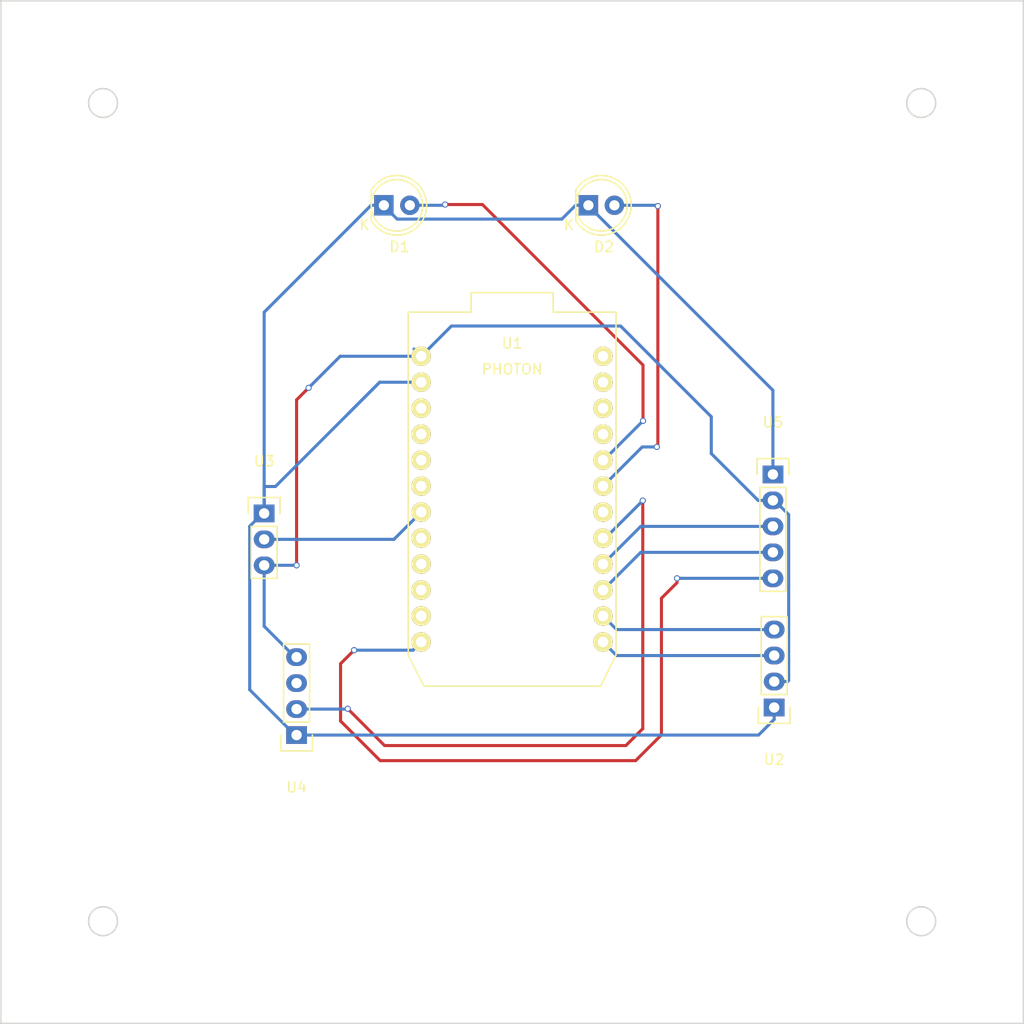
<source format=kicad_pcb>
(kicad_pcb (version 4) (host pcbnew 4.0.4+e1-6308~48~ubuntu16.04.1-stable)

  (general
    (links 19)
    (no_connects 0)
    (area 49.924999 49.924999 150.075001 150.075001)
    (thickness 1.6)
    (drawings 8)
    (tracks 105)
    (zones 0)
    (modules 7)
    (nets 25)
  )

  (page A4)
  (title_block
    (title "Sousvide - photon")
    (date 2016-04-30)
    (rev v0.1)
    (company "Reinhardt van Rooyen")
  )

  (layers
    (0 F.Cu signal)
    (31 B.Cu signal)
    (32 B.Adhes user)
    (33 F.Adhes user)
    (34 B.Paste user)
    (35 F.Paste user)
    (36 B.SilkS user)
    (37 F.SilkS user)
    (38 B.Mask user)
    (39 F.Mask user)
    (40 Dwgs.User user)
    (41 Cmts.User user)
    (42 Eco1.User user)
    (43 Eco2.User user)
    (44 Edge.Cuts user)
    (45 Margin user)
    (46 B.CrtYd user)
    (47 F.CrtYd user)
    (48 B.Fab user)
    (49 F.Fab user)
  )

  (setup
    (last_trace_width 0.25)
    (user_trace_width 0.25)
    (user_trace_width 0.35)
    (user_trace_width 0.45)
    (trace_clearance 0.2)
    (zone_clearance 0.508)
    (zone_45_only no)
    (trace_min 0.2)
    (segment_width 0.2)
    (edge_width 0.15)
    (via_size 0.6)
    (via_drill 0.4)
    (via_min_size 0.4)
    (via_min_drill 0.3)
    (uvia_size 0.3)
    (uvia_drill 0.1)
    (uvias_allowed no)
    (uvia_min_size 0.2)
    (uvia_min_drill 0.1)
    (pcb_text_width 0.3)
    (pcb_text_size 1.5 1.5)
    (mod_edge_width 0.15)
    (mod_text_size 1 1)
    (mod_text_width 0.15)
    (pad_size 1.9 1.9)
    (pad_drill 1.02)
    (pad_to_mask_clearance 0.2)
    (aux_axis_origin 0 0)
    (visible_elements FFFFFF7F)
    (pcbplotparams
      (layerselection 0x010f0_80000001)
      (usegerberextensions true)
      (excludeedgelayer true)
      (linewidth 0.100000)
      (plotframeref false)
      (viasonmask false)
      (mode 1)
      (useauxorigin false)
      (hpglpennumber 1)
      (hpglpenspeed 20)
      (hpglpendiameter 15)
      (hpglpenoverlay 2)
      (psnegative false)
      (psa4output false)
      (plotreference true)
      (plotvalue true)
      (plotinvisibletext false)
      (padsonsilk false)
      (subtractmaskfromsilk false)
      (outputformat 1)
      (mirror false)
      (drillshape 0)
      (scaleselection 1)
      (outputdirectory ""))
  )

  (net 0 "")
  (net 1 GND)
  (net 2 /POW_LED)
  (net 3 /REL_LED)
  (net 4 /Button)
  (net 5 /TEMP)
  (net 6 /RELAY)
  (net 7 /ROT_CH1)
  (net 8 /ROT_CH2)
  (net 9 /SDL)
  (net 10 /SDA)
  (net 11 VCC)
  (net 12 "Net-(U1-Pad3)")
  (net 13 "Net-(U1-Pad4)")
  (net 14 "Net-(U1-Pad5)")
  (net 15 "Net-(U1-Pad6)")
  (net 16 "Net-(U1-Pad8)")
  (net 17 "Net-(U1-Pad9)")
  (net 18 "Net-(U1-Pad10)")
  (net 19 "Net-(U1-Pad11)")
  (net 20 VSS)
  (net 21 "Net-(U1-Pad23)")
  (net 22 "Net-(U1-Pad22)")
  (net 23 "Net-(U1-Pad18)")
  (net 24 "Net-(U4-Pad3)")

  (net_class Default "This is the default net class."
    (clearance 0.2)
    (trace_width 0.25)
    (via_dia 0.6)
    (via_drill 0.4)
    (uvia_dia 0.3)
    (uvia_drill 0.1)
    (add_net "Net-(U1-Pad10)")
    (add_net "Net-(U1-Pad11)")
    (add_net "Net-(U1-Pad18)")
    (add_net "Net-(U1-Pad22)")
    (add_net "Net-(U1-Pad23)")
    (add_net "Net-(U1-Pad3)")
    (add_net "Net-(U1-Pad4)")
    (add_net "Net-(U1-Pad5)")
    (add_net "Net-(U1-Pad6)")
    (add_net "Net-(U1-Pad8)")
    (add_net "Net-(U1-Pad9)")
    (add_net "Net-(U4-Pad3)")
    (add_net VSS)
  )

  (net_class Thick ""
    (clearance 0.25)
    (trace_width 0.3)
    (via_dia 0.6)
    (via_drill 0.4)
    (uvia_dia 0.3)
    (uvia_drill 0.1)
    (add_net /Button)
    (add_net /POW_LED)
    (add_net /RELAY)
    (add_net /REL_LED)
    (add_net /ROT_CH1)
    (add_net /ROT_CH2)
    (add_net /SDA)
    (add_net /SDL)
    (add_net /TEMP)
    (add_net GND)
    (add_net VCC)
  )

  (module Pin_Headers:Pin_Header_Straight_1x04 (layer F.Cu) (tedit 0) (tstamp 583D9633)
    (at 78.925 121.8 180)
    (descr "Through hole pin header")
    (tags "pin header")
    (path /56F1163E)
    (fp_text reference U4 (at 0 -5.1 180) (layer F.SilkS)
      (effects (font (size 1 1) (thickness 0.15)))
    )
    (fp_text value relay (at 0 -3.1 180) (layer F.Fab)
      (effects (font (size 1 1) (thickness 0.15)))
    )
    (fp_line (start -1.75 -1.75) (end -1.75 9.4) (layer F.CrtYd) (width 0.05))
    (fp_line (start 1.75 -1.75) (end 1.75 9.4) (layer F.CrtYd) (width 0.05))
    (fp_line (start -1.75 -1.75) (end 1.75 -1.75) (layer F.CrtYd) (width 0.05))
    (fp_line (start -1.75 9.4) (end 1.75 9.4) (layer F.CrtYd) (width 0.05))
    (fp_line (start -1.27 1.27) (end -1.27 8.89) (layer F.SilkS) (width 0.15))
    (fp_line (start 1.27 1.27) (end 1.27 8.89) (layer F.SilkS) (width 0.15))
    (fp_line (start 1.55 -1.55) (end 1.55 0) (layer F.SilkS) (width 0.15))
    (fp_line (start -1.27 8.89) (end 1.27 8.89) (layer F.SilkS) (width 0.15))
    (fp_line (start 1.27 1.27) (end -1.27 1.27) (layer F.SilkS) (width 0.15))
    (fp_line (start -1.55 0) (end -1.55 -1.55) (layer F.SilkS) (width 0.15))
    (fp_line (start -1.55 -1.55) (end 1.55 -1.55) (layer F.SilkS) (width 0.15))
    (pad 1 thru_hole rect (at 0 0 180) (size 2.032 1.7272) (drill 1.016) (layers *.Cu *.Mask)
      (net 1 GND))
    (pad 2 thru_hole oval (at 0 2.54 180) (size 2.032 1.7272) (drill 1.016) (layers *.Cu *.Mask)
      (net 6 /RELAY))
    (pad 3 thru_hole oval (at 0 5.08 180) (size 2.032 1.7272) (drill 1.016) (layers *.Cu *.Mask)
      (net 24 "Net-(U4-Pad3)"))
    (pad 4 thru_hole oval (at 0 7.62 180) (size 2.032 1.7272) (drill 1.016) (layers *.Cu *.Mask)
      (net 11 VCC))
    (model Pin_Headers.3dshapes/Pin_Header_Straight_1x04.wrl
      (at (xyz 0 -0.15 0))
      (scale (xyz 1 1 1))
      (rotate (xyz 0 0 90))
    )
  )

  (module particle:photon (layer F.Cu) (tedit 583DD424) (tstamp 583D95FB)
    (at 100 100)
    (path /56F0FE3F)
    (fp_text reference U1 (at 0 -16.51) (layer F.SilkS)
      (effects (font (size 1 1) (thickness 0.15)))
    )
    (fp_text value PHOTON (at 0 -13.97) (layer F.SilkS)
      (effects (font (size 1 1) (thickness 0.15)))
    )
    (fp_text user "all layers" (at 0 19.05) (layer Cmts.User)
      (effects (font (size 1 1) (thickness 0.15)))
    )
    (fp_text user "recommended on" (at 0 16.51) (layer Cmts.User)
      (effects (font (size 1 1) (thickness 0.15)))
    )
    (fp_text user "signal keep out" (at 0 13.97) (layer Cmts.User)
      (effects (font (size 1 1) (thickness 0.15)))
    )
    (fp_text user "ground plane and" (at 0 11.43) (layer Cmts.User)
      (effects (font (size 1 1) (thickness 0.15)))
    )
    (fp_line (start 6.35 21.59) (end 7.62 21.59) (layer Dwgs.User) (width 0.15))
    (fp_line (start 7.62 21.59) (end 7.62 8.89) (layer Dwgs.User) (width 0.15))
    (fp_line (start 7.62 8.89) (end -7.62 8.89) (layer Dwgs.User) (width 0.15))
    (fp_line (start 6.35 21.59) (end -7.62 21.59) (layer Dwgs.User) (width 0.15))
    (fp_line (start -7.62 21.59) (end -7.62 8.89) (layer Dwgs.User) (width 0.15))
    (fp_line (start 10.16 13.97) (end 8.636 17.018) (layer F.SilkS) (width 0.15))
    (fp_line (start -10.16 13.97) (end -8.636 17.018) (layer F.SilkS) (width 0.15))
    (fp_line (start -8.636 17.018) (end 8.636 17.018) (layer F.SilkS) (width 0.15))
    (fp_line (start 10.16 -19.558) (end 10.16 13.97) (layer F.SilkS) (width 0.15))
    (fp_line (start -10.16 -19.558) (end -10.16 13.97) (layer F.SilkS) (width 0.15))
    (fp_line (start 4.0132 -19.558) (end 10.16 -19.558) (layer F.SilkS) (width 0.15))
    (fp_line (start -4.0132 -19.558) (end -10.16 -19.558) (layer F.SilkS) (width 0.15))
    (fp_line (start -4.0132 -21.463) (end -4.0132 -19.558) (layer F.SilkS) (width 0.15))
    (fp_line (start 4.0132 -21.463) (end 4.0132 -19.558) (layer F.SilkS) (width 0.15))
    (fp_line (start -4.0132 -21.463) (end 4.0132 -21.463) (layer F.SilkS) (width 0.15))
    (pad 1 thru_hole circle (at -8.89 -15.24) (size 1.9 1.9) (drill 1.02) (layers *.Cu *.Mask F.SilkS)
      (net 11 VCC))
    (pad 2 thru_hole circle (at -8.89 -12.7) (size 1.9 1.9) (drill 1.02) (layers *.Cu *.Mask F.SilkS)
      (net 1 GND))
    (pad 3 thru_hole circle (at -8.89 -10.16) (size 1.9 1.9) (drill 1.02) (layers *.Cu *.Mask F.SilkS)
      (net 12 "Net-(U1-Pad3)"))
    (pad 4 thru_hole circle (at -8.89 -7.62) (size 1.9 1.9) (drill 1.02) (layers *.Cu *.Mask F.SilkS)
      (net 13 "Net-(U1-Pad4)"))
    (pad 5 thru_hole circle (at -8.89 -5.08) (size 1.9 1.9) (drill 1.02) (layers *.Cu *.Mask F.SilkS)
      (net 14 "Net-(U1-Pad5)"))
    (pad 6 thru_hole circle (at -8.89 -2.54) (size 1.9 1.9) (drill 1.02) (layers *.Cu *.Mask F.SilkS)
      (net 15 "Net-(U1-Pad6)"))
    (pad 7 thru_hole circle (at -8.89 0) (size 1.9 1.9) (drill 1.02) (layers *.Cu *.Mask F.SilkS)
      (net 5 /TEMP))
    (pad 8 thru_hole circle (at -8.89 2.54) (size 1.9 1.9) (drill 1.02) (layers *.Cu *.Mask F.SilkS)
      (net 16 "Net-(U1-Pad8)"))
    (pad 9 thru_hole circle (at -8.89 5.08) (size 1.9 1.9) (drill 1.02) (layers *.Cu *.Mask F.SilkS)
      (net 17 "Net-(U1-Pad9)"))
    (pad 10 thru_hole circle (at -8.89 7.62) (size 1.9 1.9) (drill 1.02) (layers *.Cu *.Mask F.SilkS)
      (net 18 "Net-(U1-Pad10)"))
    (pad 11 thru_hole circle (at -8.89 10.16) (size 1.9 1.9) (drill 1.02) (layers *.Cu *.Mask F.SilkS)
      (net 19 "Net-(U1-Pad11)"))
    (pad 12 thru_hole circle (at -8.89 12.7) (size 1.9 1.9) (drill 1.02) (layers *.Cu *.Mask F.SilkS)
      (net 4 /Button))
    (pad 24 thru_hole circle (at 8.89 -15.24) (size 1.9 1.9) (drill 1.02) (layers *.Cu *.Mask F.SilkS)
      (net 20 VSS))
    (pad 23 thru_hole circle (at 8.89 -12.7) (size 1.9 1.9) (drill 1.02) (layers *.Cu *.Mask F.SilkS)
      (net 21 "Net-(U1-Pad23)"))
    (pad 22 thru_hole circle (at 8.89 -10.16) (size 1.9 1.9) (drill 1.02) (layers *.Cu *.Mask F.SilkS)
      (net 22 "Net-(U1-Pad22)"))
    (pad 21 thru_hole circle (at 8.89 -7.62) (size 1.9 1.9) (drill 1.02) (layers *.Cu *.Mask F.SilkS))
    (pad 20 thru_hole circle (at 8.89 -5.08) (size 1.9 1.9) (drill 1.02) (layers *.Cu *.Mask F.SilkS)
      (net 2 /POW_LED))
    (pad 19 thru_hole circle (at 8.89 -2.54) (size 1.9 1.9) (drill 1.02) (layers *.Cu *.Mask F.SilkS)
      (net 3 /REL_LED))
    (pad 18 thru_hole circle (at 8.89 0) (size 1.9 1.9) (drill 1.02) (layers *.Cu *.Mask F.SilkS)
      (net 23 "Net-(U1-Pad18)"))
    (pad 17 thru_hole circle (at 8.89 2.54) (size 1.9 1.9) (drill 1.02) (layers *.Cu *.Mask F.SilkS)
      (net 6 /RELAY))
    (pad 16 thru_hole circle (at 8.89 5.08) (size 1.9 1.9) (drill 1.02) (layers *.Cu *.Mask F.SilkS)
      (net 7 /ROT_CH1))
    (pad 15 thru_hole circle (at 8.89 7.62) (size 1.9 1.9) (drill 1.02) (layers *.Cu *.Mask F.SilkS)
      (net 8 /ROT_CH2))
    (pad 14 thru_hole circle (at 8.89 10.16) (size 1.9 1.9) (drill 1.02) (layers *.Cu *.Mask F.SilkS)
      (net 9 /SDL))
    (pad 13 thru_hole circle (at 8.89 12.7) (size 1.9 1.9) (drill 1.02) (layers *.Cu *.Mask F.SilkS)
      (net 10 /SDA))
  )

  (module LEDs:LED-5MM (layer F.Cu) (tedit 5570F7EA) (tstamp 583D95C0)
    (at 87.46 70)
    (descr "LED 5mm round vertical")
    (tags "LED 5mm round vertical")
    (path /56F11552)
    (fp_text reference D1 (at 1.524 4.064) (layer F.SilkS)
      (effects (font (size 1 1) (thickness 0.15)))
    )
    (fp_text value POW_LED (at 1.524 -3.937) (layer F.Fab)
      (effects (font (size 1 1) (thickness 0.15)))
    )
    (fp_line (start -1.5 -1.55) (end -1.5 1.55) (layer F.CrtYd) (width 0.05))
    (fp_arc (start 1.3 0) (end -1.5 1.55) (angle -302) (layer F.CrtYd) (width 0.05))
    (fp_arc (start 1.27 0) (end -1.23 -1.5) (angle 297.5) (layer F.SilkS) (width 0.15))
    (fp_line (start -1.23 1.5) (end -1.23 -1.5) (layer F.SilkS) (width 0.15))
    (fp_circle (center 1.27 0) (end 0.97 -2.5) (layer F.SilkS) (width 0.15))
    (fp_text user K (at -1.905 1.905) (layer F.SilkS)
      (effects (font (size 1 1) (thickness 0.15)))
    )
    (pad 1 thru_hole rect (at 0 0 90) (size 2 1.9) (drill 1.00076) (layers *.Cu *.Mask)
      (net 1 GND))
    (pad 2 thru_hole circle (at 2.54 0) (size 1.9 1.9) (drill 1.00076) (layers *.Cu *.Mask)
      (net 2 /POW_LED))
    (model LEDs.3dshapes/LED-5MM.wrl
      (at (xyz 0.05 0 0))
      (scale (xyz 1 1 1))
      (rotate (xyz 0 0 90))
    )
  )

  (module LEDs:LED-5MM (layer F.Cu) (tedit 5570F7EA) (tstamp 583D95CC)
    (at 107.46 70)
    (descr "LED 5mm round vertical")
    (tags "LED 5mm round vertical")
    (path /56F1127F)
    (fp_text reference D2 (at 1.524 4.064) (layer F.SilkS)
      (effects (font (size 1 1) (thickness 0.15)))
    )
    (fp_text value RELAY_LED (at 1.524 -3.937) (layer F.Fab)
      (effects (font (size 1 1) (thickness 0.15)))
    )
    (fp_line (start -1.5 -1.55) (end -1.5 1.55) (layer F.CrtYd) (width 0.05))
    (fp_arc (start 1.3 0) (end -1.5 1.55) (angle -302) (layer F.CrtYd) (width 0.05))
    (fp_arc (start 1.27 0) (end -1.23 -1.5) (angle 297.5) (layer F.SilkS) (width 0.15))
    (fp_line (start -1.23 1.5) (end -1.23 -1.5) (layer F.SilkS) (width 0.15))
    (fp_circle (center 1.27 0) (end 0.97 -2.5) (layer F.SilkS) (width 0.15))
    (fp_text user K (at -1.905 1.905) (layer F.SilkS)
      (effects (font (size 1 1) (thickness 0.15)))
    )
    (pad 1 thru_hole rect (at 0 0 90) (size 2 1.9) (drill 1.00076) (layers *.Cu *.Mask)
      (net 1 GND))
    (pad 2 thru_hole circle (at 2.54 0) (size 1.9 1.9) (drill 1.00076) (layers *.Cu *.Mask)
      (net 3 /REL_LED))
    (model LEDs.3dshapes/LED-5MM.wrl
      (at (xyz 0.05 0 0))
      (scale (xyz 1 1 1))
      (rotate (xyz 0 0 90))
    )
  )

  (module Pin_Headers:Pin_Header_Straight_1x04 (layer F.Cu) (tedit 0) (tstamp 583D960E)
    (at 125.625 119.105 180)
    (descr "Through hole pin header")
    (tags "pin header")
    (path /5723DDC4)
    (fp_text reference U2 (at 0 -5.1 180) (layer F.SilkS)
      (effects (font (size 1 1) (thickness 0.15)))
    )
    (fp_text value LCM1602_IIC_v1 (at 0 -3.1 180) (layer F.Fab)
      (effects (font (size 1 1) (thickness 0.15)))
    )
    (fp_line (start -1.75 -1.75) (end -1.75 9.4) (layer F.CrtYd) (width 0.05))
    (fp_line (start 1.75 -1.75) (end 1.75 9.4) (layer F.CrtYd) (width 0.05))
    (fp_line (start -1.75 -1.75) (end 1.75 -1.75) (layer F.CrtYd) (width 0.05))
    (fp_line (start -1.75 9.4) (end 1.75 9.4) (layer F.CrtYd) (width 0.05))
    (fp_line (start -1.27 1.27) (end -1.27 8.89) (layer F.SilkS) (width 0.15))
    (fp_line (start 1.27 1.27) (end 1.27 8.89) (layer F.SilkS) (width 0.15))
    (fp_line (start 1.55 -1.55) (end 1.55 0) (layer F.SilkS) (width 0.15))
    (fp_line (start -1.27 8.89) (end 1.27 8.89) (layer F.SilkS) (width 0.15))
    (fp_line (start 1.27 1.27) (end -1.27 1.27) (layer F.SilkS) (width 0.15))
    (fp_line (start -1.55 0) (end -1.55 -1.55) (layer F.SilkS) (width 0.15))
    (fp_line (start -1.55 -1.55) (end 1.55 -1.55) (layer F.SilkS) (width 0.15))
    (pad 1 thru_hole rect (at 0 0 180) (size 2.032 1.7272) (drill 1.016) (layers *.Cu *.Mask)
      (net 1 GND))
    (pad 2 thru_hole oval (at 0 2.54 180) (size 2.032 1.7272) (drill 1.016) (layers *.Cu *.Mask)
      (net 11 VCC))
    (pad 3 thru_hole oval (at 0 5.08 180) (size 2.032 1.7272) (drill 1.016) (layers *.Cu *.Mask)
      (net 10 /SDA))
    (pad 4 thru_hole oval (at 0 7.62 180) (size 2.032 1.7272) (drill 1.016) (layers *.Cu *.Mask)
      (net 9 /SDL))
    (model Pin_Headers.3dshapes/Pin_Header_Straight_1x04.wrl
      (at (xyz 0 -0.15 0))
      (scale (xyz 1 1 1))
      (rotate (xyz 0 0 90))
    )
  )

  (module Pin_Headers:Pin_Header_Straight_1x03 (layer F.Cu) (tedit 0) (tstamp 583D9620)
    (at 75.755 100.125)
    (descr "Through hole pin header")
    (tags "pin header")
    (path /56F12551)
    (fp_text reference U3 (at 0 -5.1) (layer F.SilkS)
      (effects (font (size 1 1) (thickness 0.15)))
    )
    (fp_text value DS18B20 (at 0 -3.1) (layer F.Fab)
      (effects (font (size 1 1) (thickness 0.15)))
    )
    (fp_line (start -1.75 -1.75) (end -1.75 6.85) (layer F.CrtYd) (width 0.05))
    (fp_line (start 1.75 -1.75) (end 1.75 6.85) (layer F.CrtYd) (width 0.05))
    (fp_line (start -1.75 -1.75) (end 1.75 -1.75) (layer F.CrtYd) (width 0.05))
    (fp_line (start -1.75 6.85) (end 1.75 6.85) (layer F.CrtYd) (width 0.05))
    (fp_line (start -1.27 1.27) (end -1.27 6.35) (layer F.SilkS) (width 0.15))
    (fp_line (start -1.27 6.35) (end 1.27 6.35) (layer F.SilkS) (width 0.15))
    (fp_line (start 1.27 6.35) (end 1.27 1.27) (layer F.SilkS) (width 0.15))
    (fp_line (start 1.55 -1.55) (end 1.55 0) (layer F.SilkS) (width 0.15))
    (fp_line (start 1.27 1.27) (end -1.27 1.27) (layer F.SilkS) (width 0.15))
    (fp_line (start -1.55 0) (end -1.55 -1.55) (layer F.SilkS) (width 0.15))
    (fp_line (start -1.55 -1.55) (end 1.55 -1.55) (layer F.SilkS) (width 0.15))
    (pad 1 thru_hole rect (at 0 0) (size 2.032 1.7272) (drill 1.016) (layers *.Cu *.Mask)
      (net 1 GND))
    (pad 2 thru_hole oval (at 0 2.54) (size 2.032 1.7272) (drill 1.016) (layers *.Cu *.Mask)
      (net 5 /TEMP))
    (pad 3 thru_hole oval (at 0 5.08) (size 2.032 1.7272) (drill 1.016) (layers *.Cu *.Mask)
      (net 11 VCC))
    (model Pin_Headers.3dshapes/Pin_Header_Straight_1x03.wrl
      (at (xyz 0 -0.1 0))
      (scale (xyz 1 1 1))
      (rotate (xyz 0 0 90))
    )
  )

  (module Pin_Headers:Pin_Header_Straight_1x05 (layer F.Cu) (tedit 54EA0684) (tstamp 583D9647)
    (at 125.5 96.315)
    (descr "Through hole pin header")
    (tags "pin header")
    (path /5723D442)
    (fp_text reference U5 (at 0 -5.1) (layer F.SilkS)
      (effects (font (size 1 1) (thickness 0.15)))
    )
    (fp_text value rot_enc_2 (at 0 -3.1) (layer F.Fab)
      (effects (font (size 1 1) (thickness 0.15)))
    )
    (fp_line (start -1.55 0) (end -1.55 -1.55) (layer F.SilkS) (width 0.15))
    (fp_line (start -1.55 -1.55) (end 1.55 -1.55) (layer F.SilkS) (width 0.15))
    (fp_line (start 1.55 -1.55) (end 1.55 0) (layer F.SilkS) (width 0.15))
    (fp_line (start -1.75 -1.75) (end -1.75 11.95) (layer F.CrtYd) (width 0.05))
    (fp_line (start 1.75 -1.75) (end 1.75 11.95) (layer F.CrtYd) (width 0.05))
    (fp_line (start -1.75 -1.75) (end 1.75 -1.75) (layer F.CrtYd) (width 0.05))
    (fp_line (start -1.75 11.95) (end 1.75 11.95) (layer F.CrtYd) (width 0.05))
    (fp_line (start 1.27 1.27) (end 1.27 11.43) (layer F.SilkS) (width 0.15))
    (fp_line (start 1.27 11.43) (end -1.27 11.43) (layer F.SilkS) (width 0.15))
    (fp_line (start -1.27 11.43) (end -1.27 1.27) (layer F.SilkS) (width 0.15))
    (fp_line (start 1.27 1.27) (end -1.27 1.27) (layer F.SilkS) (width 0.15))
    (pad 1 thru_hole rect (at 0 0) (size 2.032 1.7272) (drill 1.016) (layers *.Cu *.Mask)
      (net 1 GND))
    (pad 2 thru_hole oval (at 0 2.54) (size 2.032 1.7272) (drill 1.016) (layers *.Cu *.Mask)
      (net 11 VCC))
    (pad 3 thru_hole oval (at 0 5.08) (size 2.032 1.7272) (drill 1.016) (layers *.Cu *.Mask)
      (net 7 /ROT_CH1))
    (pad 4 thru_hole oval (at 0 7.62) (size 2.032 1.7272) (drill 1.016) (layers *.Cu *.Mask)
      (net 8 /ROT_CH2))
    (pad 5 thru_hole oval (at 0 10.16) (size 2.032 1.7272) (drill 1.016) (layers *.Cu *.Mask)
      (net 4 /Button))
    (model Pin_Headers.3dshapes/Pin_Header_Straight_1x05.wrl
      (at (xyz 0 -0.2 0))
      (scale (xyz 1 1 1))
      (rotate (xyz 0 0 90))
    )
  )

  (gr_circle (center 60 140) (end 61 141) (layer Edge.Cuts) (width 0.15))
  (gr_circle (center 140 140) (end 141 141) (layer Edge.Cuts) (width 0.15))
  (gr_circle (center 140 60) (end 141 61) (layer Edge.Cuts) (width 0.15))
  (gr_circle (center 60 60) (end 61 61) (layer Edge.Cuts) (width 0.15))
  (gr_line (start 50 150) (end 50 50) (angle 90) (layer Edge.Cuts) (width 0.15))
  (gr_line (start 150 150) (end 50 150) (angle 90) (layer Edge.Cuts) (width 0.15))
  (gr_line (start 150 50) (end 150 150) (angle 90) (layer Edge.Cuts) (width 0.15))
  (gr_line (start 50 50) (end 150 50) (angle 90) (layer Edge.Cuts) (width 0.15))

  (segment (start 87.46 70) (end 86.21 70) (width 0.3) (layer B.Cu) (net 1))
  (segment (start 75.755 80.455) (end 75.755 98.9614) (width 0.3) (layer B.Cu) (net 1))
  (segment (start 86.21 70) (end 75.755 80.455) (width 0.3) (layer B.Cu) (net 1))
  (segment (start 75.755 98.9614) (end 75.755 100.125) (width 0.3) (layer B.Cu) (net 1))
  (segment (start 87.05 87.3) (end 83.874998 90.475002) (width 0.3) (layer B.Cu) (net 1))
  (segment (start 75.755 100.125) (end 75.755 97.495) (width 0.3) (layer B.Cu) (net 1))
  (segment (start 75.755 97.495) (end 76.855 97.495) (width 0.3) (layer B.Cu) (net 1))
  (segment (start 76.855 97.495) (end 87.05 87.3) (width 0.3) (layer B.Cu) (net 1))
  (segment (start 87.05 87.3) (end 91.11 87.3) (width 0.3) (layer B.Cu) (net 1))
  (segment (start 75.755 100.125) (end 75.6026 100.125) (width 0.3) (layer B.Cu) (net 1))
  (segment (start 75.6026 100.125) (end 74.33899 101.38861) (width 0.3) (layer B.Cu) (net 1))
  (segment (start 74.33899 101.38861) (end 74.33899 117.36639) (width 0.3) (layer B.Cu) (net 1))
  (segment (start 74.33899 117.36639) (end 78.7726 121.8) (width 0.3) (layer B.Cu) (net 1))
  (segment (start 78.7726 121.8) (end 78.925 121.8) (width 0.3) (layer B.Cu) (net 1))
  (segment (start 78.925 121.8) (end 124.0936 121.8) (width 0.3) (layer B.Cu) (net 1))
  (segment (start 124.0936 121.8) (end 125.625 120.2686) (width 0.3) (layer B.Cu) (net 1))
  (segment (start 125.625 120.2686) (end 125.625 119.105) (width 0.3) (layer B.Cu) (net 1))
  (segment (start 125.5 96.315) (end 125.5 88.09) (width 0.3) (layer B.Cu) (net 1))
  (segment (start 125.5 88.09) (end 107.46 70.05) (width 0.3) (layer B.Cu) (net 1))
  (segment (start 107.46 70.05) (end 107.46 70) (width 0.3) (layer B.Cu) (net 1))
  (segment (start 75.755 100.125) (end 75.755 98.809) (width 0.3) (layer B.Cu) (net 1))
  (segment (start 87.46 70) (end 87.46 70.05) (width 0.3) (layer B.Cu) (net 1))
  (segment (start 87.46 70.05) (end 88.760001 71.350001) (width 0.3) (layer B.Cu) (net 1))
  (segment (start 88.760001 71.350001) (end 104.859999 71.350001) (width 0.3) (layer B.Cu) (net 1))
  (segment (start 104.859999 71.350001) (end 106.21 70) (width 0.3) (layer B.Cu) (net 1))
  (segment (start 106.21 70) (end 107.46 70) (width 0.3) (layer B.Cu) (net 1))
  (segment (start 93.45 69.925) (end 97.1 69.925) (width 0.3) (layer F.Cu) (net 2))
  (segment (start 97.1 69.925) (end 112.8 85.625) (width 0.3) (layer F.Cu) (net 2))
  (segment (start 112.8 85.625) (end 112.8 91.075) (width 0.3) (layer F.Cu) (net 2))
  (segment (start 112.8 91.075) (end 108.955 94.92) (width 0.3) (layer B.Cu) (net 2))
  (segment (start 108.955 94.92) (end 108.89 94.92) (width 0.3) (layer B.Cu) (net 2))
  (via (at 112.8 91.075) (size 0.6) (drill 0.4) (layers F.Cu B.Cu) (net 2))
  (segment (start 90 70) (end 93.375 70) (width 0.3) (layer B.Cu) (net 2))
  (segment (start 93.375 70) (end 93.45 69.925) (width 0.3) (layer B.Cu) (net 2))
  (via (at 93.45 69.925) (size 0.6) (drill 0.4) (layers F.Cu B.Cu) (net 2))
  (segment (start 114.15 93.625) (end 112.725 93.625) (width 0.3) (layer B.Cu) (net 3))
  (segment (start 112.725 93.625) (end 108.89 97.46) (width 0.3) (layer B.Cu) (net 3))
  (segment (start 114.25 70.075) (end 114.25 93.525) (width 0.3) (layer F.Cu) (net 3))
  (segment (start 114.25 93.525) (end 114.15 93.625) (width 0.3) (layer F.Cu) (net 3))
  (via (at 114.15 93.625) (size 0.6) (drill 0.4) (layers F.Cu B.Cu) (net 3))
  (segment (start 110 70) (end 114.175 70) (width 0.3) (layer B.Cu) (net 3))
  (segment (start 114.175 70) (end 114.25 70.075) (width 0.3) (layer B.Cu) (net 3))
  (via (at 114.25 70.075) (size 0.6) (drill 0.4) (layers F.Cu B.Cu) (net 3))
  (segment (start 84.55 113.5) (end 83.224999 114.825001) (width 0.3) (layer F.Cu) (net 4))
  (segment (start 83.224999 114.825001) (end 83.224999 120.424999) (width 0.3) (layer F.Cu) (net 4))
  (segment (start 83.224999 120.424999) (end 87.1 124.3) (width 0.3) (layer F.Cu) (net 4))
  (segment (start 112.077833 124.3) (end 114.6 121.777833) (width 0.3) (layer F.Cu) (net 4))
  (segment (start 116.125 106.899263) (end 116.125 106.474999) (width 0.3) (layer F.Cu) (net 4))
  (segment (start 87.1 124.3) (end 112.077833 124.3) (width 0.3) (layer F.Cu) (net 4))
  (segment (start 114.6 121.777833) (end 114.6 108.424263) (width 0.3) (layer F.Cu) (net 4))
  (segment (start 114.6 108.424263) (end 116.125 106.899263) (width 0.3) (layer F.Cu) (net 4))
  (segment (start 125.5 106.475) (end 124.183999 106.474999) (width 0.3) (layer B.Cu) (net 4))
  (segment (start 124.183999 106.474999) (end 116.549264 106.474999) (width 0.3) (layer B.Cu) (net 4))
  (segment (start 116.549264 106.474999) (end 116.125 106.474999) (width 0.3) (layer B.Cu) (net 4))
  (via (at 116.125 106.474999) (size 0.6) (drill 0.4) (layers F.Cu B.Cu) (net 4))
  (segment (start 84.55 113.5) (end 90.31 113.5) (width 0.3) (layer B.Cu) (net 4))
  (segment (start 90.31 113.5) (end 91.11 112.7) (width 0.3) (layer B.Cu) (net 4))
  (via (at 84.55 113.5) (size 0.6) (drill 0.4) (layers F.Cu B.Cu) (net 4))
  (segment (start 75.755 102.665) (end 88.445 102.665) (width 0.3) (layer B.Cu) (net 5))
  (segment (start 88.445 102.665) (end 91.11 100) (width 0.3) (layer B.Cu) (net 5))
  (segment (start 83.925 119.225) (end 87.525 122.825) (width 0.3) (layer F.Cu) (net 6))
  (segment (start 87.525 122.825) (end 111.125 122.825) (width 0.3) (layer F.Cu) (net 6))
  (segment (start 111.125 122.825) (end 112.775 121.175) (width 0.3) (layer F.Cu) (net 6))
  (segment (start 112.775 121.175) (end 112.775 98.875) (width 0.3) (layer F.Cu) (net 6))
  (segment (start 112.775 98.875) (end 109.11 102.54) (width 0.3) (layer B.Cu) (net 6))
  (segment (start 109.11 102.54) (end 108.89 102.54) (width 0.3) (layer B.Cu) (net 6))
  (via (at 112.775 98.875) (size 0.6) (drill 0.4) (layers F.Cu B.Cu) (net 6))
  (segment (start 78.925 119.26) (end 83.89 119.26) (width 0.3) (layer B.Cu) (net 6))
  (segment (start 83.89 119.26) (end 83.925 119.225) (width 0.3) (layer B.Cu) (net 6))
  (via (at 83.925 119.225) (size 0.6) (drill 0.4) (layers F.Cu B.Cu) (net 6))
  (segment (start 125.5 101.395) (end 112.575 101.395) (width 0.3) (layer B.Cu) (net 7))
  (segment (start 112.575 101.395) (end 108.89 105.08) (width 0.3) (layer B.Cu) (net 7))
  (segment (start 125.5 103.935) (end 112.575 103.935) (width 0.3) (layer B.Cu) (net 8))
  (segment (start 112.575 103.935) (end 108.89 107.62) (width 0.3) (layer B.Cu) (net 8))
  (segment (start 125.625 111.485) (end 110.215 111.485) (width 0.3) (layer B.Cu) (net 9))
  (segment (start 110.215 111.485) (end 108.89 110.16) (width 0.3) (layer B.Cu) (net 9))
  (segment (start 108.89 112.7) (end 110.215 114.025) (width 0.3) (layer B.Cu) (net 10))
  (segment (start 110.215 114.025) (end 125.625 114.025) (width 0.3) (layer B.Cu) (net 10))
  (segment (start 125.5 98.855) (end 124.055 98.855) (width 0.3) (layer B.Cu) (net 11))
  (segment (start 119.475 90.675) (end 110.6 81.8) (width 0.3) (layer B.Cu) (net 11))
  (segment (start 124.055 98.855) (end 119.475 94.275) (width 0.3) (layer B.Cu) (net 11))
  (segment (start 119.475 94.275) (end 119.475 90.675) (width 0.3) (layer B.Cu) (net 11))
  (segment (start 110.6 81.8) (end 94.07 81.8) (width 0.3) (layer B.Cu) (net 11))
  (segment (start 94.07 81.8) (end 92.059999 83.810001) (width 0.3) (layer B.Cu) (net 11))
  (segment (start 92.059999 83.810001) (end 91.11 84.76) (width 0.3) (layer B.Cu) (net 11))
  (segment (start 78.925 105.2) (end 78.925 89.025) (width 0.3) (layer F.Cu) (net 11))
  (segment (start 80.399999 87.550001) (end 80.1 87.85) (width 0.3) (layer B.Cu) (net 11))
  (segment (start 83.19 84.76) (end 80.399999 87.550001) (width 0.3) (layer B.Cu) (net 11))
  (segment (start 79.800001 88.149999) (end 80.1 87.85) (width 0.3) (layer F.Cu) (net 11))
  (via (at 80.1 87.85) (size 0.6) (drill 0.4) (layers F.Cu B.Cu) (net 11))
  (segment (start 78.925 89.025) (end 79.800001 88.149999) (width 0.3) (layer F.Cu) (net 11))
  (segment (start 91.11 84.76) (end 83.19 84.76) (width 0.3) (layer B.Cu) (net 11))
  (segment (start 75.755 105.205) (end 75.9074 105.205) (width 0.3) (layer B.Cu) (net 11))
  (segment (start 75.9074 105.205) (end 75.9124 105.2) (width 0.3) (layer B.Cu) (net 11))
  (segment (start 75.9124 105.2) (end 78.925 105.2) (width 0.3) (layer B.Cu) (net 11))
  (via (at 78.925 105.2) (size 0.6) (drill 0.4) (layers F.Cu B.Cu) (net 11))
  (segment (start 125.625 116.565) (end 126.941 116.565) (width 0.3) (layer B.Cu) (net 11))
  (segment (start 126.941 116.565) (end 127.04101 116.46499) (width 0.3) (layer B.Cu) (net 11))
  (segment (start 127.04101 116.46499) (end 127.04101 100.24361) (width 0.3) (layer B.Cu) (net 11))
  (segment (start 127.04101 100.24361) (end 125.6524 98.855) (width 0.3) (layer B.Cu) (net 11))
  (segment (start 125.6524 98.855) (end 125.5 98.855) (width 0.3) (layer B.Cu) (net 11))
  (segment (start 75.755 105.205) (end 75.755 111.1624) (width 0.3) (layer B.Cu) (net 11))
  (segment (start 75.755 111.1624) (end 78.7726 114.18) (width 0.3) (layer B.Cu) (net 11))
  (segment (start 78.7726 114.18) (end 78.925 114.18) (width 0.3) (layer B.Cu) (net 11))
  (segment (start 90.4 84.05) (end 91.11 84.76) (width 0.3) (layer B.Cu) (net 11))

)

</source>
